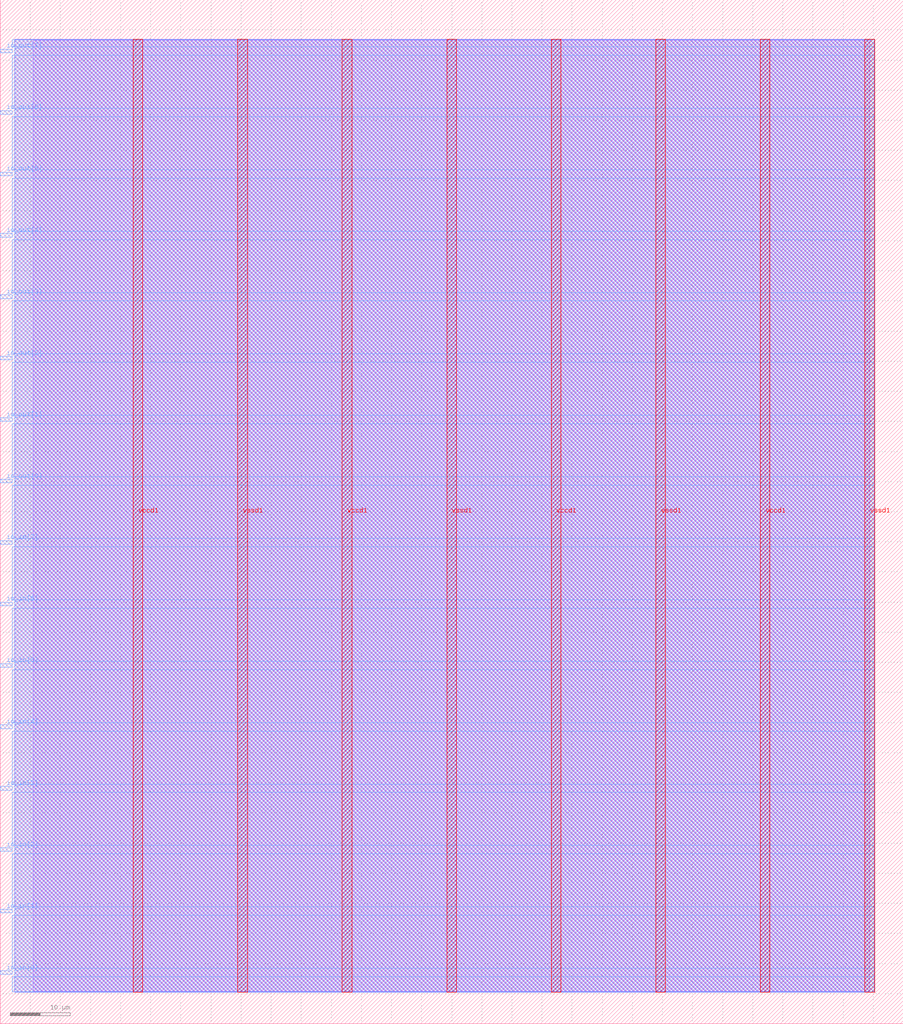
<source format=lef>
VERSION 5.7 ;
  NOWIREEXTENSIONATPIN ON ;
  DIVIDERCHAR "/" ;
  BUSBITCHARS "[]" ;
MACRO vaishnavachath_rotary_toplevel
  CLASS BLOCK ;
  FOREIGN vaishnavachath_rotary_toplevel ;
  ORIGIN 0.000 0.000 ;
  SIZE 150.000 BY 170.000 ;
  PIN io_in[0]
    DIRECTION INPUT ;
    USE SIGNAL ;
    PORT
      LAYER met3 ;
        RECT 0.000 8.200 2.000 8.800 ;
    END
  END io_in[0]
  PIN io_in[1]
    DIRECTION INPUT ;
    USE SIGNAL ;
    PORT
      LAYER met3 ;
        RECT 0.000 18.400 2.000 19.000 ;
    END
  END io_in[1]
  PIN io_in[2]
    DIRECTION INPUT ;
    USE SIGNAL ;
    PORT
      LAYER met3 ;
        RECT 0.000 28.600 2.000 29.200 ;
    END
  END io_in[2]
  PIN io_in[3]
    DIRECTION INPUT ;
    USE SIGNAL ;
    PORT
      LAYER met3 ;
        RECT 0.000 38.800 2.000 39.400 ;
    END
  END io_in[3]
  PIN io_in[4]
    DIRECTION INPUT ;
    USE SIGNAL ;
    PORT
      LAYER met3 ;
        RECT 0.000 49.000 2.000 49.600 ;
    END
  END io_in[4]
  PIN io_in[5]
    DIRECTION INPUT ;
    USE SIGNAL ;
    PORT
      LAYER met3 ;
        RECT 0.000 59.200 2.000 59.800 ;
    END
  END io_in[5]
  PIN io_in[6]
    DIRECTION INPUT ;
    USE SIGNAL ;
    PORT
      LAYER met3 ;
        RECT 0.000 69.400 2.000 70.000 ;
    END
  END io_in[6]
  PIN io_in[7]
    DIRECTION INPUT ;
    USE SIGNAL ;
    PORT
      LAYER met3 ;
        RECT 0.000 79.600 2.000 80.200 ;
    END
  END io_in[7]
  PIN io_out[0]
    DIRECTION OUTPUT TRISTATE ;
    USE SIGNAL ;
    PORT
      LAYER met3 ;
        RECT 0.000 89.800 2.000 90.400 ;
    END
  END io_out[0]
  PIN io_out[1]
    DIRECTION OUTPUT TRISTATE ;
    USE SIGNAL ;
    PORT
      LAYER met3 ;
        RECT 0.000 100.000 2.000 100.600 ;
    END
  END io_out[1]
  PIN io_out[2]
    DIRECTION OUTPUT TRISTATE ;
    USE SIGNAL ;
    PORT
      LAYER met3 ;
        RECT 0.000 110.200 2.000 110.800 ;
    END
  END io_out[2]
  PIN io_out[3]
    DIRECTION OUTPUT TRISTATE ;
    USE SIGNAL ;
    PORT
      LAYER met3 ;
        RECT 0.000 120.400 2.000 121.000 ;
    END
  END io_out[3]
  PIN io_out[4]
    DIRECTION OUTPUT TRISTATE ;
    USE SIGNAL ;
    PORT
      LAYER met3 ;
        RECT 0.000 130.600 2.000 131.200 ;
    END
  END io_out[4]
  PIN io_out[5]
    DIRECTION OUTPUT TRISTATE ;
    USE SIGNAL ;
    PORT
      LAYER met3 ;
        RECT 0.000 140.800 2.000 141.400 ;
    END
  END io_out[5]
  PIN io_out[6]
    DIRECTION OUTPUT TRISTATE ;
    USE SIGNAL ;
    PORT
      LAYER met3 ;
        RECT 0.000 151.000 2.000 151.600 ;
    END
  END io_out[6]
  PIN io_out[7]
    DIRECTION OUTPUT TRISTATE ;
    USE SIGNAL ;
    PORT
      LAYER met3 ;
        RECT 0.000 161.200 2.000 161.800 ;
    END
  END io_out[7]
  PIN vccd1
    DIRECTION INOUT ;
    USE POWER ;
    PORT
      LAYER met4 ;
        RECT 22.085 5.200 23.685 163.440 ;
    END
    PORT
      LAYER met4 ;
        RECT 56.815 5.200 58.415 163.440 ;
    END
    PORT
      LAYER met4 ;
        RECT 91.545 5.200 93.145 163.440 ;
    END
    PORT
      LAYER met4 ;
        RECT 126.275 5.200 127.875 163.440 ;
    END
  END vccd1
  PIN vssd1
    DIRECTION INOUT ;
    USE GROUND ;
    PORT
      LAYER met4 ;
        RECT 39.450 5.200 41.050 163.440 ;
    END
    PORT
      LAYER met4 ;
        RECT 74.180 5.200 75.780 163.440 ;
    END
    PORT
      LAYER met4 ;
        RECT 108.910 5.200 110.510 163.440 ;
    END
    PORT
      LAYER met4 ;
        RECT 143.640 5.200 145.240 163.440 ;
    END
  END vssd1
  OBS
      LAYER li1 ;
        RECT 5.520 5.355 144.440 163.285 ;
      LAYER met1 ;
        RECT 2.370 5.200 145.240 163.440 ;
      LAYER met2 ;
        RECT 2.390 5.255 145.210 163.385 ;
      LAYER met3 ;
        RECT 2.000 162.200 145.230 163.365 ;
        RECT 2.400 160.800 145.230 162.200 ;
        RECT 2.000 152.000 145.230 160.800 ;
        RECT 2.400 150.600 145.230 152.000 ;
        RECT 2.000 141.800 145.230 150.600 ;
        RECT 2.400 140.400 145.230 141.800 ;
        RECT 2.000 131.600 145.230 140.400 ;
        RECT 2.400 130.200 145.230 131.600 ;
        RECT 2.000 121.400 145.230 130.200 ;
        RECT 2.400 120.000 145.230 121.400 ;
        RECT 2.000 111.200 145.230 120.000 ;
        RECT 2.400 109.800 145.230 111.200 ;
        RECT 2.000 101.000 145.230 109.800 ;
        RECT 2.400 99.600 145.230 101.000 ;
        RECT 2.000 90.800 145.230 99.600 ;
        RECT 2.400 89.400 145.230 90.800 ;
        RECT 2.000 80.600 145.230 89.400 ;
        RECT 2.400 79.200 145.230 80.600 ;
        RECT 2.000 70.400 145.230 79.200 ;
        RECT 2.400 69.000 145.230 70.400 ;
        RECT 2.000 60.200 145.230 69.000 ;
        RECT 2.400 58.800 145.230 60.200 ;
        RECT 2.000 50.000 145.230 58.800 ;
        RECT 2.400 48.600 145.230 50.000 ;
        RECT 2.000 39.800 145.230 48.600 ;
        RECT 2.400 38.400 145.230 39.800 ;
        RECT 2.000 29.600 145.230 38.400 ;
        RECT 2.400 28.200 145.230 29.600 ;
        RECT 2.000 19.400 145.230 28.200 ;
        RECT 2.400 18.000 145.230 19.400 ;
        RECT 2.000 9.200 145.230 18.000 ;
        RECT 2.400 7.800 145.230 9.200 ;
        RECT 2.000 5.275 145.230 7.800 ;
  END
END vaishnavachath_rotary_toplevel
END LIBRARY


</source>
